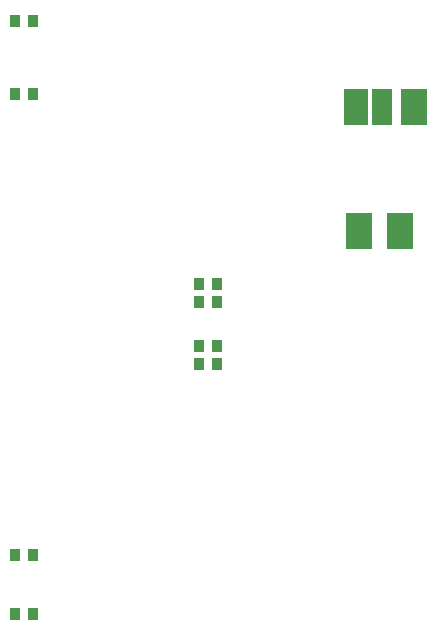
<source format=gbp>
G04*
G04 #@! TF.GenerationSoftware,Altium Limited,Altium Designer,22.9.1 (49)*
G04*
G04 Layer_Color=128*
%FSLAX25Y25*%
%MOIN*%
G70*
G04*
G04 #@! TF.SameCoordinates,31D07EA8-2EF4-44A7-A807-3D2BB65C9B75*
G04*
G04*
G04 #@! TF.FilePolarity,Positive*
G04*
G01*
G75*
%ADD41R,0.03347X0.03937*%
%ADD91R,0.08819X0.11890*%
%ADD92R,0.06693X0.11890*%
%ADD93R,0.07913X0.11890*%
D41*
X255709Y218504D02*
D03*
X249803D02*
D03*
Y194095D02*
D03*
X255709D02*
D03*
X316929Y110236D02*
D03*
X311024D02*
D03*
X316929Y125000D02*
D03*
X311024D02*
D03*
X316929Y104331D02*
D03*
X311024D02*
D03*
X316929Y130905D02*
D03*
X311024D02*
D03*
X255709Y40551D02*
D03*
X249803D02*
D03*
Y20866D02*
D03*
X255709D02*
D03*
D91*
X364213Y148642D02*
D03*
X377992D02*
D03*
X382716Y189941D02*
D03*
D92*
X372008D02*
D03*
D93*
X363287D02*
D03*
M02*

</source>
